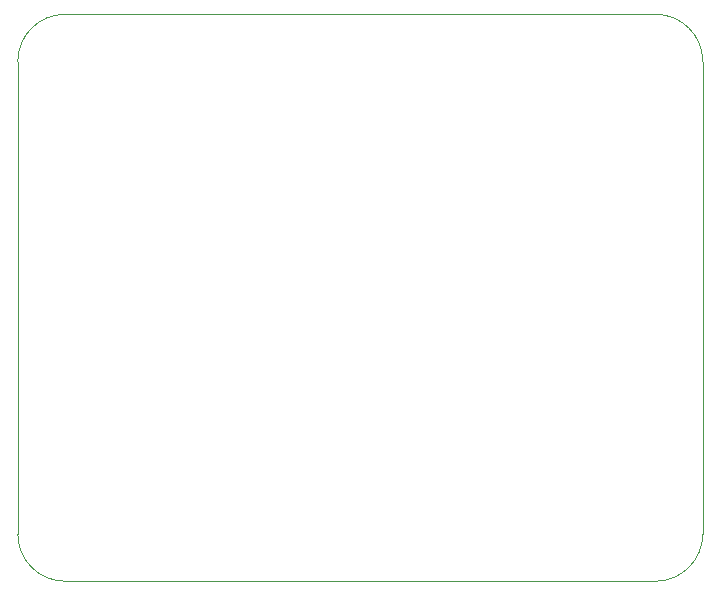
<source format=gbr>
%TF.GenerationSoftware,KiCad,Pcbnew,7.0.10-7.0.10~ubuntu22.04.1*%
%TF.CreationDate,2024-02-29T14:22:19+01:00*%
%TF.ProjectId,tp_micro_tetar_darriet,74705f6d-6963-4726-9f5f-74657461725f,rev?*%
%TF.SameCoordinates,Original*%
%TF.FileFunction,Profile,NP*%
%FSLAX46Y46*%
G04 Gerber Fmt 4.6, Leading zero omitted, Abs format (unit mm)*
G04 Created by KiCad (PCBNEW 7.0.10-7.0.10~ubuntu22.04.1) date 2024-02-29 14:22:19*
%MOMM*%
%LPD*%
G01*
G04 APERTURE LIST*
%TA.AperFunction,Profile*%
%ADD10C,0.100000*%
%TD*%
G04 APERTURE END LIST*
D10*
X46000000Y-90000000D02*
X46000000Y-50000000D01*
X50000000Y-46000000D02*
X100000000Y-46000000D01*
X100000000Y-94000000D02*
X50000000Y-94000000D01*
X100000000Y-94000000D02*
G75*
G03*
X104000000Y-90000000I0J4000000D01*
G01*
X46000000Y-90000000D02*
G75*
G03*
X50000000Y-94000000I4000000J0D01*
G01*
X104000000Y-50000000D02*
G75*
G03*
X100000000Y-46000000I-4000000J0D01*
G01*
X104000000Y-50000000D02*
X104000000Y-90000000D01*
X50000000Y-46000000D02*
G75*
G03*
X46000000Y-50000000I0J-4000000D01*
G01*
M02*

</source>
